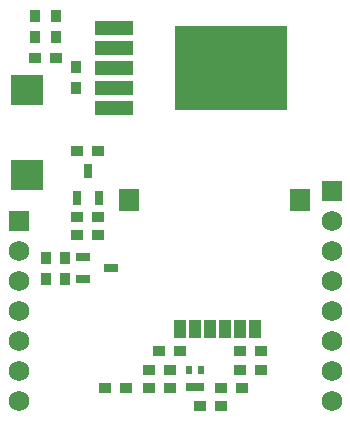
<source format=gbs>
%FSLAX25Y25*%
%MOIN*%
G70*
G01*
G75*
G04 Layer_Color=16711935*
%ADD10C,0.03150*%
%ADD11R,0.04299X0.02362*%
%ADD12O,0.09843X0.02756*%
%ADD13O,0.02756X0.09843*%
%ADD14R,0.03500X0.03000*%
%ADD15R,0.02362X0.04299*%
%ADD16R,0.03000X0.03500*%
%ADD17R,0.09449X0.10236*%
%ADD18R,0.04921X0.07874*%
%ADD19R,0.03937X0.04331*%
%ADD20R,0.04134X0.08661*%
%ADD21C,0.01000*%
%ADD22C,0.00800*%
%ADD23C,0.02000*%
%ADD24C,0.02500*%
%ADD25C,0.01500*%
%ADD26C,0.06000*%
%ADD27R,0.06000X0.06000*%
%ADD28C,0.02500*%
%ADD29R,0.01181X0.02165*%
%ADD30R,0.03150X0.05118*%
%ADD31R,0.11811X0.04213*%
%ADD32R,0.10236X0.09449*%
%ADD33R,0.37008X0.27559*%
%ADD34R,0.05906X0.06693*%
%ADD35C,0.01200*%
%ADD36C,0.06000*%
%ADD37C,0.04000*%
%ADD38C,0.00500*%
%ADD39C,0.01600*%
%ADD40C,0.00600*%
%ADD41R,0.01870X0.17323*%
%ADD42R,0.01181X0.08412*%
%ADD43R,0.17323X0.01870*%
%ADD44R,0.05099X0.03162*%
%ADD45O,0.10642X0.03556*%
%ADD46O,0.03556X0.10642*%
%ADD47R,0.04300X0.03800*%
%ADD48R,0.03162X0.05099*%
%ADD49R,0.03800X0.04300*%
%ADD50R,0.10249X0.11036*%
%ADD51R,0.05721X0.08674*%
%ADD52R,0.04737X0.05131*%
%ADD53R,0.04934X0.09461*%
%ADD54C,0.06800*%
%ADD55R,0.06800X0.06800*%
%ADD56R,0.01981X0.02965*%
%ADD57R,0.03950X0.05918*%
%ADD58R,0.12611X0.05013*%
%ADD59R,0.11036X0.10249*%
%ADD60R,0.37808X0.28359*%
%ADD61R,0.06706X0.07493*%
D44*
X38297Y49998D02*
D03*
X29210Y53738D02*
D03*
Y46257D02*
D03*
D47*
X81510Y15915D02*
D03*
X57910Y10000D02*
D03*
X75010D02*
D03*
X82010D02*
D03*
X61410Y22257D02*
D03*
X88510Y15915D02*
D03*
X57910D02*
D03*
X50910D02*
D03*
X74910Y4000D02*
D03*
X67910D02*
D03*
X50910Y10000D02*
D03*
X88410Y22257D02*
D03*
X81410D02*
D03*
X54410D02*
D03*
X34110Y61100D02*
D03*
X27110D02*
D03*
X34110Y67100D02*
D03*
X27110D02*
D03*
Y89100D02*
D03*
X34110D02*
D03*
X13110Y120100D02*
D03*
X20110D02*
D03*
X36410Y10000D02*
D03*
X43410D02*
D03*
D48*
X26930Y73257D02*
D03*
X34410D02*
D03*
X30670Y82344D02*
D03*
D49*
X20110Y127100D02*
D03*
Y134100D02*
D03*
X13110Y127100D02*
D03*
Y134100D02*
D03*
X16710Y46257D02*
D03*
Y53258D02*
D03*
X23210Y46257D02*
D03*
Y53258D02*
D03*
X26568Y116915D02*
D03*
Y109915D02*
D03*
D54*
X111910Y45757D02*
D03*
Y65758D02*
D03*
Y5757D02*
D03*
X7580D02*
D03*
Y15757D02*
D03*
Y25758D02*
D03*
Y35757D02*
D03*
Y45757D02*
D03*
Y55757D02*
D03*
X111910D02*
D03*
Y35757D02*
D03*
Y25758D02*
D03*
Y15757D02*
D03*
D55*
X7580Y65758D02*
D03*
X111910Y75757D02*
D03*
D56*
X68379Y16112D02*
D03*
X64442Y10403D02*
D03*
Y16112D02*
D03*
X68379Y10403D02*
D03*
X66410D02*
D03*
D57*
X66410Y29757D02*
D03*
X86410D02*
D03*
X76410D02*
D03*
X61410D02*
D03*
X71410D02*
D03*
X81410D02*
D03*
D58*
X39410Y103258D02*
D03*
Y130029D02*
D03*
Y123336D02*
D03*
Y109950D02*
D03*
Y116643D02*
D03*
D59*
X10410Y109431D02*
D03*
Y81084D02*
D03*
D60*
X78298Y116683D02*
D03*
D61*
X101253Y72671D02*
D03*
X44560D02*
D03*
M02*

</source>
